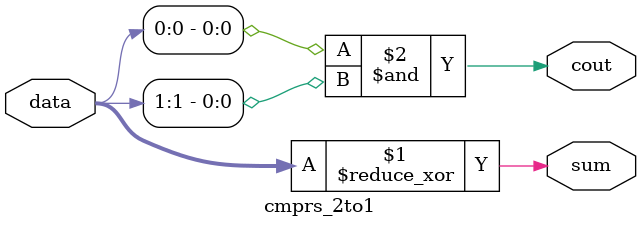
<source format=sv>
/*
   Copyright 2024 jackkyyang

   Licensed under the Apache License, Version 2.0 (the "License");
   you may not use this file except in compliance with the License.
   You may obtain a copy of the License at

       http://www.apache.org/licenses/LICENSE-2.0

   Unless required by applicable law or agreed to in writing, software
   distributed under the License is distributed on an "AS IS" BASIS,
   WITHOUT WARRANTIES OR CONDITIONS OF ANY KIND, either express or implied.
   See the License for the specific language governing permissions and
   limitations under the License.

 ***************************************************************************
 * File Name: cmprs_2to1.sv
 * Creation Date: 2024/10/20
 * Author: jackkyyang
 * Description:
 *   a 2-to-1 compressor(Half Adder).
 ***************************************************************************
*/


module cmprs_2to1 (
    input  logic [1:0] data,  // 2-bit data
    output logic       cout,  // carry out
    output logic       sum    // sum
);

  assign sum  = (^data);
  assign cout = (data[0] & data[1]);

endmodule

</source>
